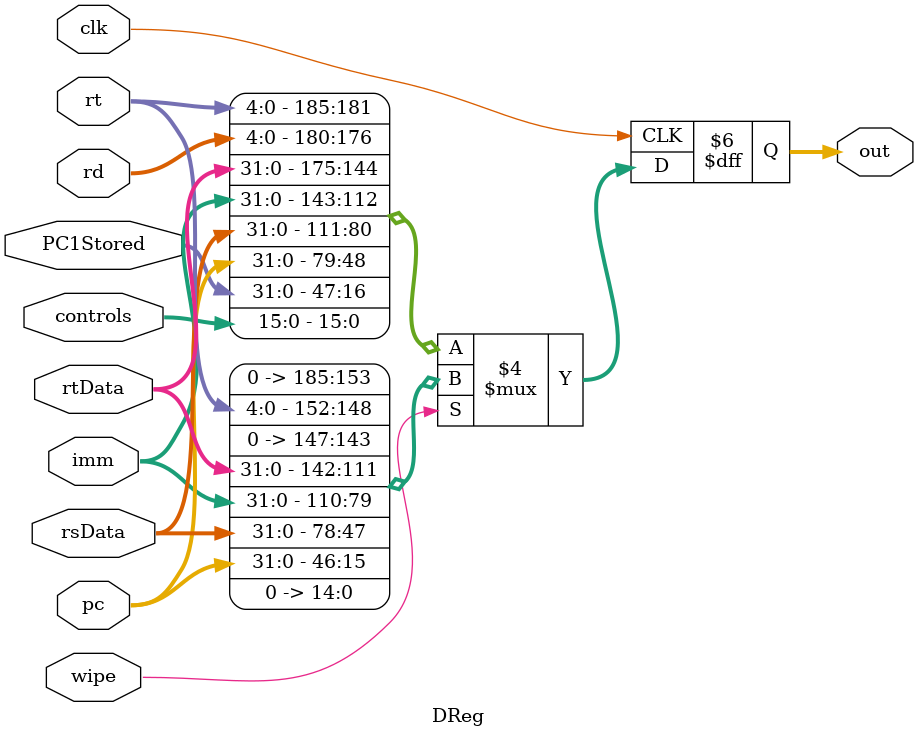
<source format=v>
module DReg(
	input [15:0]controls,
	input [31:0]pc,
	input [31:0]PC1Stored,
	input [31:0]rsData,
	input [31:0]rtData,	
	input [31:0]imm,
	input [4:0]rt,
	input [4:0]rd,
	input clk,
	input wipe,
	output reg [185:0]out);

	always @(negedge clk) begin
		if(wipe==1) begin
			out<={rt, 5'b00000, rtData, imm, rsData, pc, 15'd0};//add $0, $0, $0
		end
		else begin
			out<={rt, rd, rtData, imm, rsData, pc, PC1Stored, controls};
		end	
	end

endmodule
</source>
